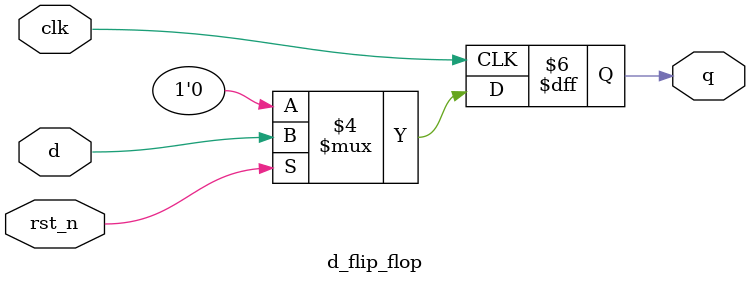
<source format=sv>

module d_flip_flop (
    input  logic clk,   // Clock input
    input  logic rst_n, // Active-low synchronous reset
    input  logic d,     // D input (data)
    output logic q      // Q output (data stored)
);

    // Always block triggered on the positive edge of clock
    always_ff @(posedge clk) begin
        if (!rst_n) begin
            // If reset is active (low), set output to zero
            q <= '0;
        end else begin
            // Otherwise, latch the input data to output
            q <= d;
        end
    end

endmodule

</source>
